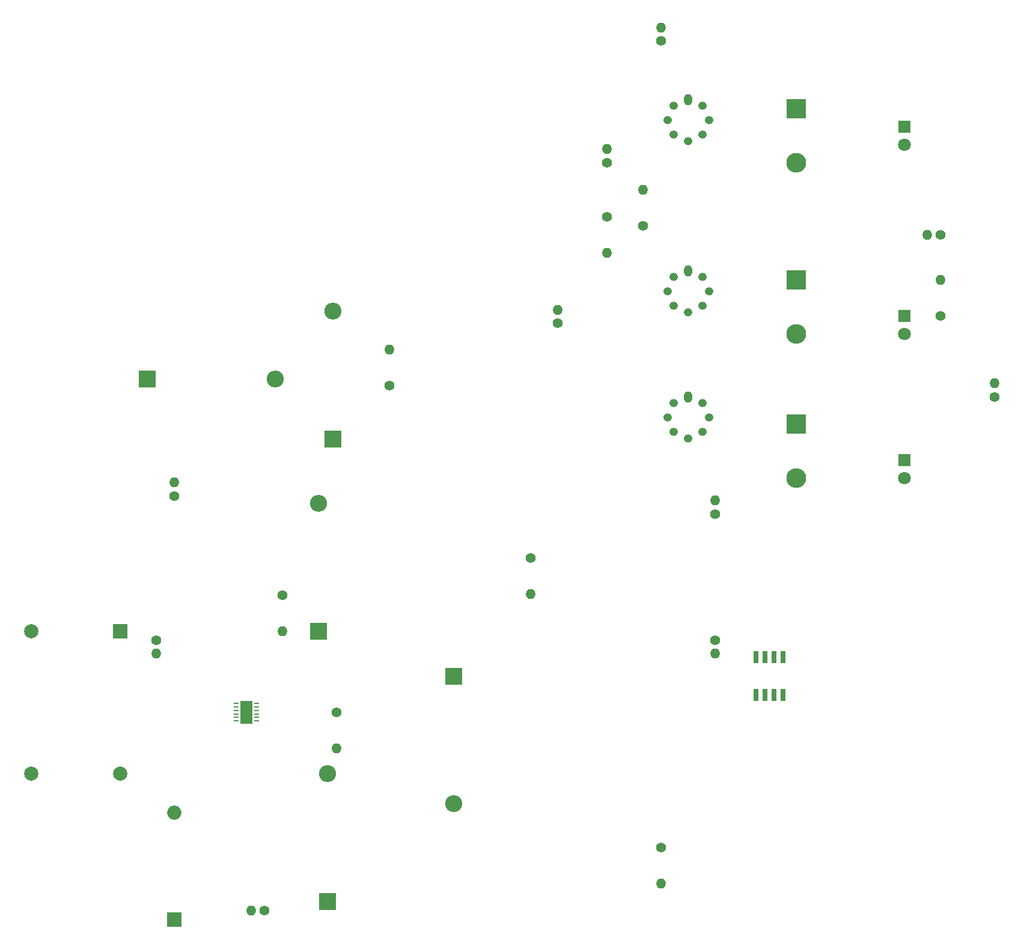
<source format=gbr>
%TF.GenerationSoftware,KiCad,Pcbnew,(5.1.10)-1*%
%TF.CreationDate,2021-06-04T17:59:31+02:00*%
%TF.ProjectId,_Real_EEE3088Project,5f526561-6c5f-4454-9545-333038385072,rev?*%
%TF.SameCoordinates,Original*%
%TF.FileFunction,Soldermask,Top*%
%TF.FilePolarity,Negative*%
%FSLAX46Y46*%
G04 Gerber Fmt 4.6, Leading zero omitted, Abs format (unit mm)*
G04 Created by KiCad (PCBNEW (5.1.10)-1) date 2021-06-04 17:59:31*
%MOMM*%
%LPD*%
G01*
G04 APERTURE LIST*
%ADD10R,1.800000X1.800000*%
%ADD11C,1.800000*%
%ADD12O,2.400000X2.400000*%
%ADD13R,2.400000X2.400000*%
%ADD14R,2.000000X2.000000*%
%ADD15C,2.000000*%
%ADD16R,1.700000X3.300000*%
%ADD17R,0.700000X0.250000*%
%ADD18O,2.000000X2.000000*%
%ADD19R,2.800000X2.800000*%
%ADD20O,2.800000X2.800000*%
%ADD21O,1.200000X1.200000*%
%ADD22O,1.200000X1.600000*%
%ADD23O,1.400000X1.400000*%
%ADD24C,1.400000*%
%ADD25R,0.800000X1.800000*%
G04 APERTURE END LIST*
D10*
%TO.C,LED3*%
X181610000Y-38100000D03*
D11*
X181610000Y-40640000D03*
%TD*%
D12*
%TO.C,C3*%
X99060000Y-91220000D03*
D13*
X99060000Y-109220000D03*
%TD*%
D14*
%TO.C,L1*%
X71120000Y-109220000D03*
D15*
X71120000Y-129320000D03*
X58620000Y-109220000D03*
X58620000Y-129320000D03*
%TD*%
D16*
%TO.C,Buck/Boost1*%
X88900000Y-120650000D03*
D17*
X87450000Y-121900000D03*
X87450000Y-121400000D03*
X87450000Y-120900000D03*
X87450000Y-120400000D03*
X87450000Y-119900000D03*
X87450000Y-119400000D03*
X90350000Y-119400000D03*
X90350000Y-119900000D03*
X90350000Y-120400000D03*
X90350000Y-120900000D03*
X90350000Y-121400000D03*
X90350000Y-121900000D03*
%TD*%
D14*
%TO.C,C1*%
X78740000Y-149860000D03*
D18*
X78740000Y-134860000D03*
%TD*%
D13*
%TO.C,C2*%
X101060001Y-82144999D03*
D12*
X101060001Y-64144999D03*
%TD*%
D13*
%TO.C,C4*%
X118110000Y-115570000D03*
D12*
X118110000Y-133570000D03*
%TD*%
D13*
%TO.C,C5*%
X74930000Y-73660000D03*
D12*
X92930000Y-73660000D03*
%TD*%
%TO.C,C6*%
X100330000Y-129320000D03*
D13*
X100330000Y-147320000D03*
%TD*%
D19*
%TO.C,D1*%
X166370000Y-80010000D03*
D20*
X166370000Y-87630000D03*
%TD*%
%TO.C,D2*%
X166370000Y-67310000D03*
D19*
X166370000Y-59690000D03*
%TD*%
%TO.C,D3*%
X166370000Y-35560000D03*
D20*
X166370000Y-43180000D03*
%TD*%
D10*
%TO.C,LED1*%
X181610000Y-85090000D03*
D11*
X181610000Y-87630000D03*
%TD*%
%TO.C,LED2*%
X181610000Y-67310000D03*
D10*
X181610000Y-64770000D03*
%TD*%
D21*
%TO.C,OP1*%
X153194752Y-77055248D03*
X154050000Y-79120000D03*
X153194752Y-81184752D03*
X151130000Y-82040000D03*
X149065248Y-81184752D03*
X148210000Y-79120000D03*
X149065248Y-77055248D03*
D22*
X151130000Y-76200000D03*
%TD*%
%TO.C,OP2*%
X151130000Y-58420000D03*
D21*
X149065248Y-59275248D03*
X148210000Y-61340000D03*
X149065248Y-63404752D03*
X151130000Y-64260000D03*
X153194752Y-63404752D03*
X154050000Y-61340000D03*
X153194752Y-59275248D03*
%TD*%
D22*
%TO.C,OP3*%
X151130000Y-34290000D03*
D21*
X149065248Y-35145248D03*
X148210000Y-37210000D03*
X149065248Y-39274752D03*
X151130000Y-40130000D03*
X153194752Y-39274752D03*
X154050000Y-37210000D03*
X153194752Y-35145248D03*
%TD*%
D23*
%TO.C,R1*%
X89540000Y-148590000D03*
D24*
X91440000Y-148590000D03*
%TD*%
%TO.C,R2*%
X76200000Y-110490000D03*
D23*
X76200000Y-112390000D03*
%TD*%
D24*
%TO.C,R3*%
X154940000Y-110490000D03*
D23*
X154940000Y-112390000D03*
%TD*%
D24*
%TO.C,R4*%
X101600000Y-120650000D03*
D23*
X101600000Y-125730000D03*
%TD*%
D24*
%TO.C,R5*%
X93980000Y-104140000D03*
D23*
X93980000Y-109220000D03*
%TD*%
D24*
%TO.C,R6*%
X128985001Y-98944999D03*
D23*
X128985001Y-104024999D03*
%TD*%
%TO.C,R7*%
X109055001Y-69534999D03*
D24*
X109055001Y-74614999D03*
%TD*%
D23*
%TO.C,R8*%
X132745001Y-63924999D03*
D24*
X132745001Y-65824999D03*
%TD*%
D23*
%TO.C,R9*%
X78740000Y-88270000D03*
D24*
X78740000Y-90170000D03*
%TD*%
D23*
%TO.C,R10*%
X194310000Y-74300000D03*
D24*
X194310000Y-76200000D03*
%TD*%
%TO.C,R11*%
X154940000Y-92710000D03*
D23*
X154940000Y-90810000D03*
%TD*%
%TO.C,R12*%
X147320000Y-144780000D03*
D24*
X147320000Y-139700000D03*
%TD*%
D23*
%TO.C,R13*%
X186690000Y-59690000D03*
D24*
X186690000Y-64770000D03*
%TD*%
%TO.C,R14*%
X139700000Y-50800000D03*
D23*
X139700000Y-55880000D03*
%TD*%
%TO.C,R15*%
X144780000Y-46990000D03*
D24*
X144780000Y-52070000D03*
%TD*%
%TO.C,R16*%
X186690000Y-53340000D03*
D23*
X184790000Y-53340000D03*
%TD*%
D24*
%TO.C,R17*%
X139700000Y-43180000D03*
D23*
X139700000Y-41280000D03*
%TD*%
%TO.C,R18*%
X147320000Y-24130000D03*
D24*
X147320000Y-26030000D03*
%TD*%
D25*
%TO.C,TMP1*%
X164465000Y-112930000D03*
X163195000Y-112930000D03*
X161925000Y-112930000D03*
X160655000Y-112930000D03*
X160655000Y-118210000D03*
X161925000Y-118210000D03*
X163195000Y-118210000D03*
X164465000Y-118210000D03*
%TD*%
M02*

</source>
